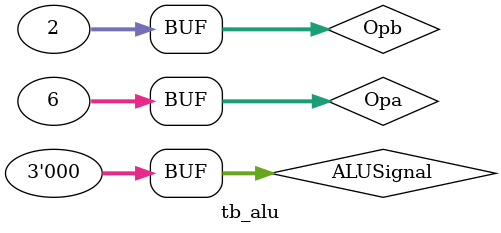
<source format=sv>
`timescale 1 ps/ 1 ps
module tb_alu();
						

logic [2:0] ALUSignal;
logic [31:0] Opa, Opb, ALUResult;

TOPALU alup(Opa, Opb, ALUSignal,ALUResult);

						
initial begin 


	ALUSignal = 3'b000;
	Opa = 4'd6;
	Opb = 4'd2;
	
	#10; 
	ALUSignal = 3'b001;
	#10
	ALUSignal = 3'b010;
	#10
	ALUSignal = 3'b011;
	#10
	ALUSignal = 3'b100;
	#10
	ALUSignal = 3'b000;
	

end

endmodule
</source>
